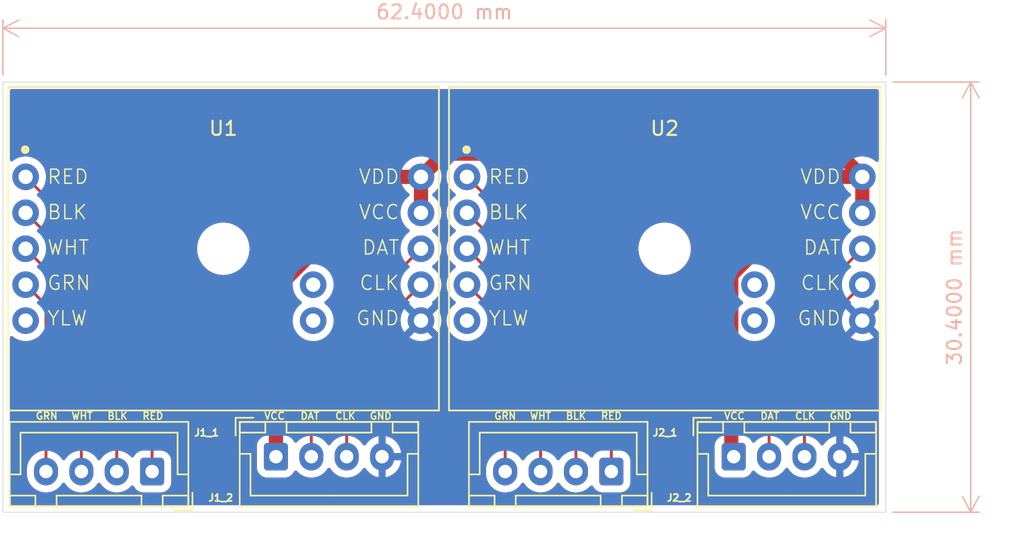
<source format=kicad_pcb>
(kicad_pcb (version 20240108) (generator "pcbnew") (generator_version "8.0")
  (title_block (title "ScaleModule") (date "2024-04-23") (rev "v0.1") (comment 1 "PSH Portable Smart Hangboard") (comment 2 "April 2024"))
  (layers (0 "F.Cu" signal) (31 "B.Cu" signal) (34 "B.Paste" user) (35 "F.Paste" user) (36 "B.SilkS" user "B.Silkscreen") (37 "F.SilkS" user "F.Silkscreen") (38 "B.Mask" user) (39 "F.Mask" user) (44 "Edge.Cuts" user))
  (net 0 "")
  (net 1 "Net-(J1_1-Pin_4)")
  (net 2 "Net-(J1_1-Pin_3)")
  (net 3 "Net-(J1_1-Pin_1)")
  (net 4 "Net-(J1_1-Pin_2)")
  (net 5 "Net-(J1_2-Pin_2)")
  (net 6 "Net-(J1_2-Pin_3)")
  (net 7 "Net-(J2_1-Pin_1)")
  (net 8 "Net-(J2_1-Pin_3)")
  (net 9 "Net-(J2_1-Pin_4)")
  (net 10 "Net-(J2_1-Pin_2)")
  (net 11 "Net-(J2_2-Pin_3)")
  (net 12 "Net-(J2_2-Pin_2)")
  (net 19 "+3.3V")
  (net 20 "GND")
  (footprint "Connector_JST:JST_XH_B4B-XH-A_1x04_P2.50mm_Vertical" (layer "F.Cu") (at 160.85 115.295)
    (property "Reference" "J2_2" (at -3.85 2.905 180) (layer "F.SilkS") (effects (font (size 0.5 0.5) (thickness 0.125))))
    (property "Value" "Conn_01x04")
    (fp_line (start -2.85 -2.75) (end -2.85 -1.5) (stroke (width 0.12)) (layer "F.SilkS"))
    (fp_line (start -2.56 -2.46) (end -2.56 3.51) (stroke (width 0.12)) (layer "F.SilkS"))
    (fp_line (start -2.56 3.51) (end 10.06 3.51) (stroke (width 0.12)) (layer "F.SilkS"))
    (fp_line (start -2.55 -2.45) (end -2.55 -1.7) (stroke (width 0.12)) (layer "F.SilkS"))
    (fp_line (start -2.55 -1.7) (end -0.75 -1.7) (stroke (width 0.12)) (layer "F.SilkS"))
    (fp_line (start -2.55 -0.2) (end -1.8 -0.2) (stroke (width 0.12)) (layer "F.SilkS"))
    (fp_line (start -1.8 -0.2) (end -1.8 2.75) (stroke (width 0.12)) (layer "F.SilkS"))
    (fp_line (start -1.8 2.75) (end 3.75 2.75) (stroke (width 0.12)) (layer "F.SilkS"))
    (fp_line (start -1.6 -2.75) (end -2.85 -2.75) (stroke (width 0.12)) (layer "F.SilkS"))
    (fp_line (start -0.75 -2.45) (end -2.55 -2.45) (stroke (width 0.12)) (layer "F.SilkS"))
    (fp_line (start -0.75 -1.7) (end -0.75 -2.45) (stroke (width 0.12)) (layer "F.SilkS"))
    (fp_line (start 0.75 -2.45) (end 0.75 -1.7) (stroke (width 0.12)) (layer "F.SilkS"))
    (fp_line (start 0.75 -1.7) (end 6.75 -1.7) (stroke (width 0.12)) (layer "F.SilkS"))
    (fp_line (start 6.75 -2.45) (end 0.75 -2.45) (stroke (width 0.12)) (layer "F.SilkS"))
    (fp_line (start 6.75 -1.7) (end 6.75 -2.45) (stroke (width 0.12)) (layer "F.SilkS"))
    (fp_line (start 8.25 -2.45) (end 8.25 -1.7) (stroke (width 0.12)) (layer "F.SilkS"))
    (fp_line (start 8.25 -1.7) (end 10.05 -1.7) (stroke (width 0.12)) (layer "F.SilkS"))
    (fp_line (start 9.3 -0.2) (end 9.3 2.75) (stroke (width 0.12)) (layer "F.SilkS"))
    (fp_line (start 9.3 2.75) (end 3.75 2.75) (stroke (width 0.12)) (layer "F.SilkS"))
    (fp_line (start 10.05 -2.45) (end 8.25 -2.45) (stroke (width 0.12)) (layer "F.SilkS"))
    (fp_line (start 10.05 -1.7) (end 10.05 -2.45) (stroke (width 0.12)) (layer "F.SilkS"))
    (fp_line (start 10.05 -0.2) (end 9.3 -0.2) (stroke (width 0.12)) (layer "F.SilkS"))
    (fp_line (start 10.06 -2.46) (end -2.56 -2.46) (stroke (width 0.12)) (layer "F.SilkS"))
    (fp_line (start 10.06 3.51) (end 10.06 -2.46) (stroke (width 0.12)) (layer "F.SilkS"))
    (pad "1" thru_hole roundrect (at 0 0) (size 1.7 1.95) (drill 0.95) (layers "*.Cu" "*.Mask") (roundrect_rratio 0.147059) (net 19 "+3.3V"))
    (pad "2" thru_hole oval (at 2.5 0) (size 1.7 1.95) (drill 0.95) (layers "*.Cu" "*.Mask") (net 12 "Net-(J2_2-Pin_2)"))
    (pad "3" thru_hole oval (at 5 0) (size 1.7 1.95) (drill 0.95) (layers "*.Cu" "*.Mask") (net 11 "Net-(J2_2-Pin_3)"))
    (pad "4" thru_hole oval (at 7.5 0) (size 1.7 1.95) (drill 0.95) (layers "*.Cu" "*.Mask") (net 20 "GND"))
  )
  (footprint "Connector_JST:JST_XH_B4B-XH-A_1x04_P2.50mm_Vertical" (layer "F.Cu") (at 152.2 116.345 180)
    (property "Reference" "J2_1" (at -3.8 2.745 0) (layer "F.SilkS") (effects (font (size 0.5 0.5) (thickness 0.125))))
    (property "Value" "Conn_01x04")
    (fp_line (start 10.06 3.51) (end 10.06 -2.46) (stroke (width 0.12)) (layer "F.SilkS"))
    (fp_line (start 10.06 -2.46) (end -2.56 -2.46) (stroke (width 0.12)) (layer "F.SilkS"))
    (fp_line (start 10.05 -0.2) (end 9.3 -0.2) (stroke (width 0.12)) (layer "F.SilkS"))
    (fp_line (start 10.05 -1.7) (end 10.05 -2.45) (stroke (width 0.12)) (layer "F.SilkS"))
    (fp_line (start 10.05 -2.45) (end 8.25 -2.45) (stroke (width 0.12)) (layer "F.SilkS"))
    (fp_line (start 9.3 2.75) (end 3.75 2.75) (stroke (width 0.12)) (layer "F.SilkS"))
    (fp_line (start 9.3 -0.2) (end 9.3 2.75) (stroke (width 0.12)) (layer "F.SilkS"))
    (fp_line (start 8.25 -1.7) (end 10.05 -1.7) (stroke (width 0.12)) (layer "F.SilkS"))
    (fp_line (start 8.25 -2.45) (end 8.25 -1.7) (stroke (width 0.12)) (layer "F.SilkS"))
    (fp_line (start 6.75 -1.7) (end 6.75 -2.45) (stroke (width 0.12)) (layer "F.SilkS"))
    (fp_line (start 6.75 -2.45) (end 0.75 -2.45) (stroke (width 0.12)) (layer "F.SilkS"))
    (fp_line (start 0.75 -1.7) (end 6.75 -1.7) (stroke (width 0.12)) (layer "F.SilkS"))
    (fp_line (start 0.75 -2.45) (end 0.75 -1.7) (stroke (width 0.12)) (layer "F.SilkS"))
    (fp_line (start -0.75 -1.7) (end -0.75 -2.45) (stroke (width 0.12)) (layer "F.SilkS"))
    (fp_line (start -0.75 -2.45) (end -2.55 -2.45) (stroke (width 0.12)) (layer "F.SilkS"))
    (fp_line (start -1.6 -2.75) (end -2.85 -2.75) (stroke (width 0.12)) (layer "F.SilkS"))
    (fp_line (start -1.8 2.75) (end 3.75 2.75) (stroke (width 0.12)) (layer "F.SilkS"))
    (fp_line (start -1.8 -0.2) (end -1.8 2.75) (stroke (width 0.12)) (layer "F.SilkS"))
    (fp_line (start -2.55 -0.2) (end -1.8 -0.2) (stroke (width 0.12)) (layer "F.SilkS"))
    (fp_line (start -2.55 -1.7) (end -0.75 -1.7) (stroke (width 0.12)) (layer "F.SilkS"))
    (fp_line (start -2.55 -2.45) (end -2.55 -1.7) (stroke (width 0.12)) (layer "F.SilkS"))
    (fp_line (start -2.56 3.51) (end 10.06 3.51) (stroke (width 0.12)) (layer "F.SilkS"))
    (fp_line (start -2.56 -2.46) (end -2.56 3.51) (stroke (width 0.12)) (layer "F.SilkS"))
    (fp_line (start -2.85 -2.75) (end -2.85 -1.5) (stroke (width 0.12)) (layer "F.SilkS"))
    (pad "1" thru_hole roundrect (at 0 0 180) (size 1.7 1.95) (drill 0.95) (layers "*.Cu" "*.Mask") (roundrect_rratio 0.147059) (net 7 "Net-(J2_1-Pin_1)"))
    (pad "2" thru_hole oval (at 2.5 0 180) (size 1.7 1.95) (drill 0.95) (layers "*.Cu" "*.Mask") (net 10 "Net-(J2_1-Pin_2)"))
    (pad "3" thru_hole oval (at 5 0 180) (size 1.7 1.95) (drill 0.95) (layers "*.Cu" "*.Mask") (net 8 "Net-(J2_1-Pin_3)"))
    (pad "4" thru_hole oval (at 7.5 0 180) (size 1.7 1.95) (drill 0.95) (layers "*.Cu" "*.Mask") (net 9 "Net-(J2_1-Pin_4)"))
  )
  (footprint "Connector_JST:JST_XH_B4B-XH-A_1x04_P2.50mm_Vertical" (layer "F.Cu") (at 128.5 115.295)
    (property "Reference" "J1_2" (at -3.9 2.905 180) (layer "F.SilkS") (effects (font (size 0.5 0.5) (thickness 0.125))))
    (property "Value" "Conn_01x04")
    (fp_line (start -2.85 -2.75) (end -2.85 -1.5) (stroke (width 0.12)) (layer "F.SilkS"))
    (fp_line (start -2.56 -2.46) (end -2.56 3.51) (stroke (width 0.12)) (layer "F.SilkS"))
    (fp_line (start -2.56 3.51) (end 10.06 3.51) (stroke (width 0.12)) (layer "F.SilkS"))
    (fp_line (start -2.55 -2.45) (end -2.55 -1.7) (stroke (width 0.12)) (layer "F.SilkS"))
    (fp_line (start -2.55 -1.7) (end -0.75 -1.7) (stroke (width 0.12)) (layer "F.SilkS"))
    (fp_line (start -2.55 -0.2) (end -1.8 -0.2) (stroke (width 0.12)) (layer "F.SilkS"))
    (fp_line (start -1.8 -0.2) (end -1.8 2.75) (stroke (width 0.12)) (layer "F.SilkS"))
    (fp_line (start -1.8 2.75) (end 3.75 2.75) (stroke (width 0.12)) (layer "F.SilkS"))
    (fp_line (start -1.6 -2.75) (end -2.85 -2.75) (stroke (width 0.12)) (layer "F.SilkS"))
    (fp_line (start -0.75 -2.45) (end -2.55 -2.45) (stroke (width 0.12)) (layer "F.SilkS"))
    (fp_line (start -0.75 -1.7) (end -0.75 -2.45) (stroke (width 0.12)) (layer "F.SilkS"))
    (fp_line (start 0.75 -2.45) (end 0.75 -1.7) (stroke (width 0.12)) (layer "F.SilkS"))
    (fp_line (start 0.75 -1.7) (end 6.75 -1.7) (stroke (width 0.12)) (layer "F.SilkS"))
    (fp_line (start 6.75 -2.45) (end 0.75 -2.45) (stroke (width 0.12)) (layer "F.SilkS"))
    (fp_line (start 6.75 -1.7) (end 6.75 -2.45) (stroke (width 0.12)) (layer "F.SilkS"))
    (fp_line (start 8.25 -2.45) (end 8.25 -1.7) (stroke (width 0.12)) (layer "F.SilkS"))
    (fp_line (start 8.25 -1.7) (end 10.05 -1.7) (stroke (width 0.12)) (layer "F.SilkS"))
    (fp_line (start 9.3 -0.2) (end 9.3 2.75) (stroke (width 0.12)) (layer "F.SilkS"))
    (fp_line (start 9.3 2.75) (end 3.75 2.75) (stroke (width 0.12)) (layer "F.SilkS"))
    (fp_line (start 10.05 -2.45) (end 8.25 -2.45) (stroke (width 0.12)) (layer "F.SilkS"))
    (fp_line (start 10.05 -1.7) (end 10.05 -2.45) (stroke (width 0.12)) (layer "F.SilkS"))
    (fp_line (start 10.05 -0.2) (end 9.3 -0.2) (stroke (width 0.12)) (layer "F.SilkS"))
    (fp_line (start 10.06 -2.46) (end -2.56 -2.46) (stroke (width 0.12)) (layer "F.SilkS"))
    (fp_line (start 10.06 3.51) (end 10.06 -2.46) (stroke (width 0.12)) (layer "F.SilkS"))
    (pad "1" thru_hole roundrect (at 0 0) (size 1.7 1.95) (drill 0.95) (layers "*.Cu" "*.Mask") (roundrect_rratio 0.147059) (net 19 "+3.3V"))
    (pad "2" thru_hole oval (at 2.5 0) (size 1.7 1.95) (drill 0.95) (layers "*.Cu" "*.Mask") (net 5 "Net-(J1_2-Pin_2)"))
    (pad "3" thru_hole oval (at 5 0) (size 1.7 1.95) (drill 0.95) (layers "*.Cu" "*.Mask") (net 6 "Net-(J1_2-Pin_3)"))
    (pad "4" thru_hole oval (at 7.5 0) (size 1.7 1.95) (drill 0.95) (layers "*.Cu" "*.Mask") (net 20 "GND"))
  )
  (footprint "Connector_JST:JST_XH_B4B-XH-A_1x04_P2.50mm_Vertical" (layer "F.Cu") (at 119.75 116.345 180)
    (property "Reference" "J1_1" (at -3.85 2.745 0) (layer "F.SilkS") (effects (font (size 0.5 0.5) (thickness 0.125))))
    (property "Value" "Conn_01x04")
    (fp_line (start 10.06 3.51) (end 10.06 -2.46) (stroke (width 0.12)) (layer "F.SilkS"))
    (fp_line (start 10.06 -2.46) (end -2.56 -2.46) (stroke (width 0.12)) (layer "F.SilkS"))
    (fp_line (start 10.05 -0.2) (end 9.3 -0.2) (stroke (width 0.12)) (layer "F.SilkS"))
    (fp_line (start 10.05 -1.7) (end 10.05 -2.45) (stroke (width 0.12)) (layer "F.SilkS"))
    (fp_line (start 10.05 -2.45) (end 8.25 -2.45) (stroke (width 0.12)) (layer "F.SilkS"))
    (fp_line (start 9.3 2.75) (end 3.75 2.75) (stroke (width 0.12)) (layer "F.SilkS"))
    (fp_line (start 9.3 -0.2) (end 9.3 2.75) (stroke (width 0.12)) (layer "F.SilkS"))
    (fp_line (start 8.25 -1.7) (end 10.05 -1.7) (stroke (width 0.12)) (layer "F.SilkS"))
    (fp_line (start 8.25 -2.45) (end 8.25 -1.7) (stroke (width 0.12)) (layer "F.SilkS"))
    (fp_line (start 6.75 -1.7) (end 6.75 -2.45) (stroke (width 0.12)) (layer "F.SilkS"))
    (fp_line (start 6.75 -2.45) (end 0.75 -2.45) (stroke (width 0.12)) (layer "F.SilkS"))
    (fp_line (start 0.75 -1.7) (end 6.75 -1.7) (stroke (width 0.12)) (layer "F.SilkS"))
    (fp_line (start 0.75 -2.45) (end 0.75 -1.7) (stroke (width 0.12)) (layer "F.SilkS"))
    (fp_line (start -0.75 -1.7) (end -0.75 -2.45) (stroke (width 0.12)) (layer "F.SilkS"))
    (fp_line (start -0.75 -2.45) (end -2.55 -2.45) (stroke (width 0.12)) (layer "F.SilkS"))
    (fp_line (start -1.6 -2.75) (end -2.85 -2.75) (stroke (width 0.12)) (layer "F.SilkS"))
    (fp_line (start -1.8 2.75) (end 3.75 2.75) (stroke (width 0.12)) (layer "F.SilkS"))
    (fp_line (start -1.8 -0.2) (end -1.8 2.75) (stroke (width 0.12)) (layer "F.SilkS"))
    (fp_line (start -2.55 -0.2) (end -1.8 -0.2) (stroke (width 0.12)) (layer "F.SilkS"))
    (fp_line (start -2.55 -1.7) (end -0.75 -1.7) (stroke (width 0.12)) (layer "F.SilkS"))
    (fp_line (start -2.55 -2.45) (end -2.55 -1.7) (stroke (width 0.12)) (layer "F.SilkS"))
    (fp_line (start -2.56 3.51) (end 10.06 3.51) (stroke (width 0.12)) (layer "F.SilkS"))
    (fp_line (start -2.56 -2.46) (end -2.56 3.51) (stroke (width 0.12)) (layer "F.SilkS"))
    (fp_line (start -2.85 -2.75) (end -2.85 -1.5) (stroke (width 0.12)) (layer "F.SilkS"))
    (pad "1" thru_hole roundrect (at 0 0 180) (size 1.7 1.95) (drill 0.95) (layers "*.Cu" "*.Mask") (roundrect_rratio 0.147059) (net 3 "Net-(J1_1-Pin_1)"))
    (pad "2" thru_hole oval (at 2.5 0 180) (size 1.7 1.95) (drill 0.95) (layers "*.Cu" "*.Mask") (net 4 "Net-(J1_1-Pin_2)"))
    (pad "3" thru_hole oval (at 5 0 180) (size 1.7 1.95) (drill 0.95) (layers "*.Cu" "*.Mask") (net 2 "Net-(J1_1-Pin_3)"))
    (pad "4" thru_hole oval (at 7.5 0 180) (size 1.7 1.95) (drill 0.95) (layers "*.Cu" "*.Mask") (net 1 "Net-(J1_1-Pin_4)"))
  )
  (footprint "MountingHole:MountingHole_3.2mm_M3" (layer "F.Cu") (at 124.78 100.6 90)
    (property "Reference" "MountingHole1" (hide yes))
    (property "Value" "MountingHole_3.2mm_M3")
    (pad "" np_thru_hole circle (at 0 0 90) (size 3.2 3.2) (drill 3.2) (layers "F&B.Cu" "*.Mask"))
  )
  (footprint "Footprints:SparkFun HX711 Load Cell Amplifier" (layer "F.Cu") (at 124.78 100.6)
    (property "Reference" "U1" (at 0 -8.5 0) (layer "F.SilkS") (effects (font (size 1.000063 1.000063))))
    (property "Value" "SparkFun HX711 Load Cell Amplifier")
    (fp_line (start -15.24 -11.43) (end 15.24 -11.43) (stroke (width 0.127)) (layer "F.SilkS"))
    (fp_line (start -15.24 11.43) (end -15.24 -11.43) (stroke (width 0.127)) (layer "F.SilkS"))
    (fp_line (start 15.24 -11.43) (end 15.24 11.43) (stroke (width 0.127)) (layer "F.SilkS"))
    (fp_line (start 15.24 11.43) (end -15.24 11.43) (stroke (width 0.127)) (layer "F.SilkS"))
    (fp_circle (center -14 -7) (end -13.85 -7) (stroke (width 0.3)) (fill none) (layer "F.SilkS"))
    (fp_text user "VCC" (at 12.5 -2 0) (layer "F.SilkS") (effects (font (thickness 0.1)) (justify right bottom)))
    (fp_text user "WHT" (at -12.5 0.5 0) (layer "F.SilkS") (effects (font (thickness 0.1)) (justify left bottom)))
    (fp_text user "GRN" (at -12.5 3 0) (layer "F.SilkS") (effects (font (thickness 0.1)) (justify left bottom)))
    (fp_text user "RED" (at -12.5 -4.5 0) (layer "F.SilkS") (effects (font (thickness 0.1)) (justify left bottom)))
    (fp_text user "BLK" (at -12.5 -2 0) (layer "F.SilkS") (effects (font (thickness 0.1)) (justify left bottom)))
    (fp_text user "DAT" (at 12.5 0.5 0) (layer "F.SilkS") (effects (font (thickness 0.1)) (justify right bottom)))
    (fp_text user "CLK" (at 12.5 3 0) (layer "F.SilkS") (effects (font (thickness 0.1)) (justify right bottom)))
    (fp_text user "GND" (at 12.5 5.5 0) (layer "F.SilkS") (effects (font (thickness 0.1)) (justify right bottom)))
    (fp_text user "VDD" (at 12.5 -4.5 0) (layer "F.SilkS") (effects (font (thickness 0.1)) (justify right bottom)))
    (fp_text user "YLW" (at -12.5 5.5 0) (layer "F.SilkS") (effects (font (thickness 0.1)) (justify left bottom)))
    (pad "1" thru_hole circle (at -13.97 -5.08) (size 1.8796 1.8796) (drill 1.016) (layers "*.Cu" "*.Mask") (net 3 "Net-(J1_1-Pin_1)"))
    (pad "2" thru_hole circle (at -13.97 -2.54) (size 1.8796 1.8796) (drill 1.016) (layers "*.Cu" "*.Mask") (net 4 "Net-(J1_1-Pin_2)"))
    (pad "3" thru_hole circle (at -13.97 0) (size 1.8796 1.8796) (drill 1.016) (layers "*.Cu" "*.Mask") (net 2 "Net-(J1_1-Pin_3)"))
    (pad "4" thru_hole circle (at -13.97 2.54) (size 1.8796 1.8796) (drill 1.016) (layers "*.Cu" "*.Mask") (net 1 "Net-(J1_1-Pin_4)"))
    (pad "5" thru_hole circle (at -13.97 5.08) (size 1.8796 1.8796) (drill 1.016) (layers "*.Cu" "*.Mask"))
    (pad "6" thru_hole circle (at 13.97 5.08) (size 1.8796 1.8796) (drill 1.016) (layers "*.Cu" "*.Mask") (net 20 "GND"))
    (pad "7" thru_hole circle (at 13.97 2.54) (size 1.8796 1.8796) (drill 1.016) (layers "*.Cu" "*.Mask") (net 6 "Net-(J1_2-Pin_3)"))
    (pad "8" thru_hole circle (at 13.97 0) (size 1.8796 1.8796) (drill 1.016) (layers "*.Cu" "*.Mask") (net 5 "Net-(J1_2-Pin_2)"))
    (pad "9" thru_hole circle (at 13.97 -2.54) (size 1.8796 1.8796) (drill 1.016) (layers "*.Cu" "*.Mask") (net 19 "+3.3V"))
    (pad "10" thru_hole circle (at 13.97 -5.08) (size 1.8796 1.8796) (drill 1.016) (layers "*.Cu" "*.Mask") (net 19 "+3.3V"))
    (pad "11" thru_hole circle (at 6.35 2.54) (size 1.8796 1.8796) (drill 1.016) (layers "*.Cu" "*.Mask"))
    (pad "12" thru_hole circle (at 6.35 5.08) (size 1.8796 1.8796) (drill 1.016) (layers "*.Cu" "*.Mask"))
  )
  (footprint "MountingHole:MountingHole_3.2mm_M3" (layer "F.Cu") (at 155.97 100.6 -90)
    (property "Reference" "MountingHole2" (hide yes))
    (property "Value" "MountingHole_3.2mm_M3")
    (pad "" np_thru_hole circle (at 0 0 270) (size 3.2 3.2) (drill 3.2) (layers "*.Cu" "*.Mask"))
  )
  (footprint "Footprints:SparkFun HX711 Load Cell Amplifier" (layer "F.Cu") (at 155.97 100.6)
    (property "Reference" "U2" (at 0 -8.5 0) (layer "F.SilkS") (effects (font (size 1.000063 1.000063))))
    (property "Value" "SparkFun HX711 Load Cell Amplifier")
    (fp_line (start -15.24 -11.43) (end 15.24 -11.43) (stroke (width 0.127)) (layer "F.SilkS"))
    (fp_line (start -15.24 11.43) (end -15.24 -11.43) (stroke (width 0.127)) (layer "F.SilkS"))
    (fp_line (start 15.24 -11.43) (end 15.24 11.43) (stroke (width 0.127)) (layer "F.SilkS"))
    (fp_line (start 15.24 11.43) (end -15.24 11.43) (stroke (width 0.127)) (layer "F.SilkS"))
    (fp_circle (center -14 -7) (end -13.85 -7) (stroke (width 0.3)) (fill none) (layer "F.SilkS"))
    (fp_text user "VDD" (at 12.5 -4.5 0) (layer "F.SilkS") (effects (font (thickness 0.1)) (justify right bottom)))
    (fp_text user "DAT" (at 12.5 0.5 0) (layer "F.SilkS") (effects (font (thickness 0.1)) (justify right bottom)))
    (fp_text user "WHT" (at -12.5 0.5 0) (layer "F.SilkS") (effects (font (thickness 0.1)) (justify left bottom)))
    (fp_text user "GND" (at 12.5 5.5 0) (layer "F.SilkS") (effects (font (thickness 0.1)) (justify right bottom)))
    (fp_text user "VCC" (at 12.5 -2 0) (layer "F.SilkS") (effects (font (thickness 0.1)) (justify right bottom)))
    (fp_text user "YLW" (at -12.5 5.5 0) (layer "F.SilkS") (effects (font (thickness 0.1)) (justify left bottom)))
    (fp_text user "BLK" (at -12.5 -2 0) (layer "F.SilkS") (effects (font (thickness 0.1)) (justify left bottom)))
    (fp_text user "GRN" (at -12.5 3 0) (layer "F.SilkS") (effects (font (thickness 0.1)) (justify left bottom)))
    (fp_text user "RED" (at -12.5 -4.5 0) (layer "F.SilkS") (effects (font (thickness 0.1)) (justify left bottom)))
    (fp_text user "CLK" (at 12.5 3 0) (layer "F.SilkS") (effects (font (thickness 0.1)) (justify right bottom)))
    (pad "1" thru_hole circle (at -13.97 -5.08) (size 1.8796 1.8796) (drill 1.016) (layers "*.Cu" "*.Mask") (net 7 "Net-(J2_1-Pin_1)"))
    (pad "2" thru_hole circle (at -13.97 -2.54) (size 1.8796 1.8796) (drill 1.016) (layers "*.Cu" "*.Mask") (net 10 "Net-(J2_1-Pin_2)"))
    (pad "3" thru_hole circle (at -13.97 0) (size 1.8796 1.8796) (drill 1.016) (layers "*.Cu" "*.Mask") (net 8 "Net-(J2_1-Pin_3)"))
    (pad "4" thru_hole circle (at -13.97 2.54) (size 1.8796 1.8796) (drill 1.016) (layers "*.Cu" "*.Mask") (net 9 "Net-(J2_1-Pin_4)"))
    (pad "5" thru_hole circle (at -13.97 5.08) (size 1.8796 1.8796) (drill 1.016) (layers "*.Cu" "*.Mask"))
    (pad "6" thru_hole circle (at 13.97 5.08) (size 1.8796 1.8796) (drill 1.016) (layers "*.Cu" "*.Mask") (net 20 "GND"))
    (pad "7" thru_hole circle (at 13.97 2.54) (size 1.8796 1.8796) (drill 1.016) (layers "*.Cu" "*.Mask") (net 11 "Net-(J2_2-Pin_3)"))
    (pad "8" thru_hole circle (at 13.97 0) (size 1.8796 1.8796) (drill 1.016) (layers "*.Cu" "*.Mask") (net 12 "Net-(J2_2-Pin_2)"))
    (pad "9" thru_hole circle (at 13.97 -2.54) (size 1.8796 1.8796) (drill 1.016) (layers "*.Cu" "*.Mask") (net 19 "+3.3V"))
    (pad "10" thru_hole circle (at 13.97 -5.08) (size 1.8796 1.8796) (drill 1.016) (layers "*.Cu" "*.Mask") (net 19 "+3.3V"))
    (pad "11" thru_hole circle (at 6.35 2.54) (size 1.8796 1.8796) (drill 1.016) (layers "*.Cu" "*.Mask"))
    (pad "12" thru_hole circle (at 6.35 5.08) (size 1.8796 1.8796) (drill 1.016) (layers "*.Cu" "*.Mask"))
  )
  (gr_rect (start 109.2 88.82) (end 171.6 119.22) (stroke (width 0.05)) (fill none) (layer "Edge.Cuts"))
  (gr_text "ScaleModule v0.1" (at 140.4 91.8 0) (layer "F.Cu") (effects (font (size 1.5 1.5) (thickness 0.3) (bold yes))))
  (gr_text "VCC" (at 128.4 112.42 0) (layer "F.SilkS") (effects (font (size 0.5 0.5) (thickness 0.1))))
  (gr_text "RED" (at 152.2 112.42 0) (layer "F.SilkS") (effects (font (size 0.5 0.5) (thickness 0.1))))
  (gr_text "RED" (at 119.8 112.42 0) (layer "F.SilkS") (effects (font (size 0.5 0.5) (thickness 0.1))))
  (gr_text "DAT" (at 163.4 112.42 0) (layer "F.SilkS") (effects (font (size 0.5 0.5) (thickness 0.1))))
  (gr_text "GND" (at 168.4 112.42 0) (layer "F.SilkS") (effects (font (size 0.5 0.5) (thickness 0.1))))
  (gr_text "DAT" (at 130.9 112.42 0) (layer "F.SilkS") (effects (font (size 0.5 0.5) (thickness 0.1))))
  (gr_text "WHT" (at 114.8 112.42 0) (layer "F.SilkS") (effects (font (size 0.5 0.5) (thickness 0.1))))
  (gr_text "VCC" (at 160.9 112.42 0) (layer "F.SilkS") (effects (font (size 0.5 0.5) (thickness 0.1))))
  (gr_text "CLK" (at 133.4 112.42 0) (layer "F.SilkS") (effects (font (size 0.5 0.5) (thickness 0.1))))
  (gr_text "GRN" (at 112.3 112.42 0) (layer "F.SilkS") (effects (font (size 0.5 0.5) (thickness 0.1))))
  (gr_text "BLK" (at 117.3 112.42 0) (layer "F.SilkS") (effects (font (size 0.5 0.5) (thickness 0.1))))
  (gr_text "CLK" (at 165.9 112.42 0) (layer "F.SilkS") (effects (font (size 0.5 0.5) (thickness 0.1))))
  (gr_text "WHT" (at 147.2 112.42 0) (layer "F.SilkS") (effects (font (size 0.5 0.5) (thickness 0.1))))
  (gr_text "BLK" (at 149.7 112.42 0) (layer "F.SilkS") (effects (font (size 0.5 0.5) (thickness 0.1))))
  (gr_text "GRN" (at 144.7 112.42 0) (layer "F.SilkS") (effects (font (size 0.5 0.5) (thickness 0.1))))
  (gr_text "GND" (at 135.9 112.42 0) (layer "F.SilkS") (effects (font (size 0.5 0.5) (thickness 0.1))))
  (dimension (type aligned) (layer "B.SilkS") (pts (xy 171.6 88.82) (xy 171.6 119.22)) (height -6) (gr_text "30.4000 mm" (at 176.45 104.02 90) (layer "B.SilkS") (effects (font (size 1 1) (thickness 0.15)))) (format (prefix "") (suffix "") (units 3) (units_format 1) (precision 4)) (style (thickness 0.1) (arrow_length 1.27) (text_position_mode 0) (extension_height 0.58642) (extension_offset 0.5) keep_text_aligned))
  (dimension (type aligned) (layer "B.SilkS") (pts (xy 171.6 88.82) (xy 109.2 88.82)) (height 3.799999) (gr_text "62.4000 mm" (at 140.4 83.870001 0) (layer "B.SilkS") (effects (font (size 1 1) (thickness 0.15)))) (format (prefix "") (suffix "") (units 3) (units_format 1) (precision 4)) (style (thickness 0.1) (arrow_length 1.27) (text_position_mode 0) (extension_height 0.58642) (extension_offset 0.5) keep_text_aligned))
  (segment (start 112.25 104.58) (end 110.81 103.14) (width 0.2) (layer "F.Cu") (net 1))
  (segment (start 112.25 116.345) (end 112.25 104.58) (width 0.2) (layer "F.Cu") (net 1))
  (segment (start 114.75 104.54) (end 110.81 100.6) (width 0.2) (layer "F.Cu") (net 2))
  (segment (start 114.75 116.345) (end 114.75 104.54) (width 0.2) (layer "F.Cu") (net 2))
  (segment (start 119.75 104.46) (end 110.81 95.52) (width 0.2) (layer "F.Cu") (net 3))
  (segment (start 119.75 116.345) (end 119.75 104.46) (width 0.2) (layer "F.Cu") (net 3))
  (segment (start 117.25 104.5) (end 110.81 98.06) (width 0.2) (layer "F.Cu") (net 4))
  (segment (start 117.25 116.345) (end 117.25 104.5) (width 0.2) (layer "F.Cu") (net 4))
  (segment (start 131 108.35) (end 131 115.295) (width 0.2) (layer "F.Cu") (net 5))
  (segment (start 138.75 100.6) (end 131 108.35) (width 0.2) (layer "F.Cu") (net 5))
  (segment (start 133.5 108.39) (end 133.5 115.295) (width 0.2) (layer "F.Cu") (net 6))
  (segment (start 138.75 103.14) (end 133.5 108.39) (width 0.2) (layer "F.Cu") (net 6))
  (segment (start 152.2 116.345) (end 152.2 105.72) (width 0.2) (layer "F.Cu") (net 7))
  (segment (start 152.2 105.72) (end 142 95.52) (width 0.2) (layer "F.Cu") (net 7))
  (segment (start 147.2 105.8) (end 142 100.6) (width 0.2) (layer "F.Cu") (net 8))
  (segment (start 147.2 116.345) (end 147.2 105.8) (width 0.2) (layer "F.Cu") (net 8))
  (segment (start 144.7 105.84) (end 142 103.14) (width 0.2) (layer "F.Cu") (net 9))
  (segment (start 144.7 116.345) (end 144.7 105.84) (width 0.2) (layer "F.Cu") (net 9))
  (segment (start 149.7 116.345) (end 149.7 105.76) (width 0.2) (layer "F.Cu") (net 10))
  (segment (start 149.7 105.76) (end 142 98.06) (width 0.2) (layer "F.Cu") (net 10))
  (segment (start 165.85 107.23) (end 165.85 115.295) (width 0.2) (layer "F.Cu") (net 11))
  (segment (start 169.94 103.14) (end 165.85 107.23) (width 0.2) (layer "F.Cu") (net 11))
  (segment (start 169.94 100.6) (end 163.35 107.19) (width 0.2) (layer "F.Cu") (net 12))
  (segment (start 163.35 107.19) (end 163.35 115.295) (width 0.2) (layer "F.Cu") (net 12))
  (segment (start 167.620972 95.52) (end 169.94 95.52) (width 1) (layer "F.Cu") (net 19))
  (segment (start 128.5 103.450972) (end 136.430972 95.52) (width 1) (layer "F.Cu") (net 19))
  (segment (start 168.3002 93.8802) (end 140.3898 93.8802) (width 1) (layer "F.Cu") (net 19))
  (segment (start 160.6802 102.460772) (end 167.620972 95.52) (width 1) (layer "F.Cu") (net 19))
  (segment (start 138.75 95.52) (end 138.75 98.06) (width 1) (layer "F.Cu") (net 19))
  (segment (start 140.3898 93.8802) (end 138.75 95.52) (width 1) (layer "F.Cu") (net 19))
  (segment (start 160.6802 115.1252) (end 160.6802 102.460772) (width 1) (layer "F.Cu") (net 19))
  (segment (start 169.94 95.52) (end 169.94 98.06) (width 1) (layer "F.Cu") (net 19))
  (segment (start 128.5 115.295) (end 128.5 103.450972) (width 1) (layer "F.Cu") (net 19))
  (segment (start 160.85 115.295) (end 160.6802 115.1252) (width 1) (layer "F.Cu") (net 19))
  (segment (start 136.430972 95.52) (end 138.75 95.52) (width 1) (layer "F.Cu") (net 19))
  (segment (start 169.94 95.52) (end 168.3002 93.8802) (width 1) (layer "F.Cu") (net 19))
  (zone (net 20) (net_name "GND") (layers "F&B.Cu") (connect_pads (clearance 0.5)) (min_thickness 0.25) (fill yes (thermal_gap 0.5) (thermal_bridge_width 0.5))
    (polygon (pts (xy 109 88.62) (xy 171.8 88.62) (xy 171.8 119.42) (xy 109 119.42)))
  )
)
</source>
